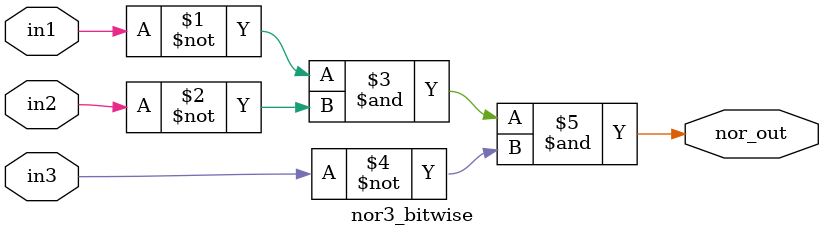
<source format=sv>

module nor3_bitwise_hier (
    input wire [2:0] A,  // 3-bit input
    output wire Y        // Output: NOR of inputs
);
    // Directly instantiate the simplified nor3_bitwise submodule
    nor3_bitwise u_nor3 (
        .in1(A[0]),
        .in2(A[1]),
        .in3(A[2]),
        .nor_out(Y)
    );
endmodule

// Submodule: nor3_bitwise
// Description: 3-input NOR gate with simplified Boolean expression.
// NOR(A, B, C) = ~(A | B | C) = (~A) & (~B) & (~C)
module nor3_bitwise (
    input wire in1,
    input wire in2,
    input wire in3,
    output wire nor_out
);
    assign nor_out = (~in1) & (~in2) & (~in3);
endmodule
</source>
